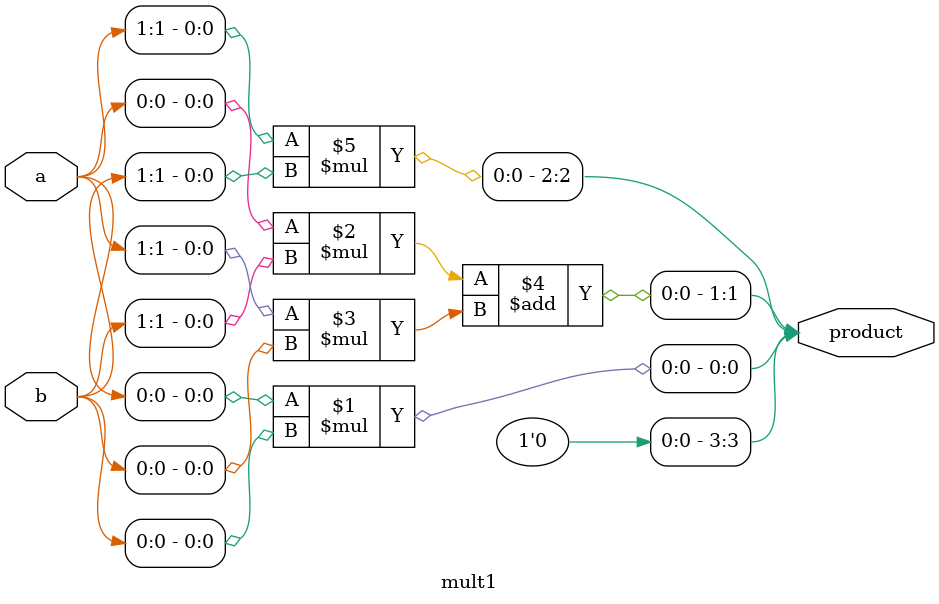
<source format=v>
module mult1 ( //Dataflow
    input [1:0] a,
    input [1:0] b,
    output [3:0] product
);

    assign product[0] = a[0] * b[0];
    assign product[1] = a[0] * b[1] + a[1] * b[0];
    assign product[2] = a[1] * b[1];
    assign product[3] = 0; // Most significant bit is always 0 for unsigned multiplication

endmodule

</source>
